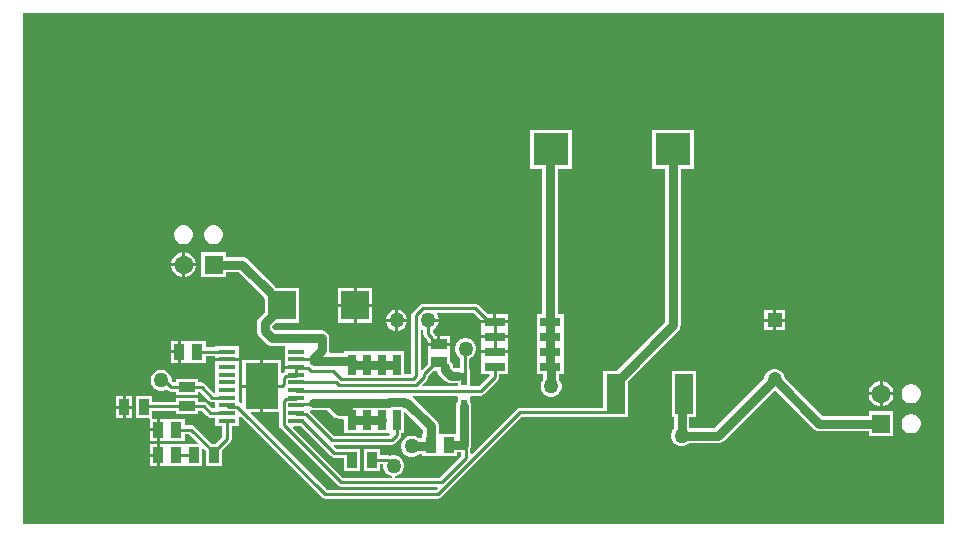
<source format=gtl>
G04*
G04 #@! TF.GenerationSoftware,Altium Limited,Altium Designer,24.0.1 (36)*
G04*
G04 Layer_Physical_Order=1*
G04 Layer_Color=255*
%FSLAX44Y44*%
%MOMM*%
G71*
G04*
G04 #@! TF.SameCoordinates,B85333DD-67EC-4CFA-91B2-C3F9892E9ACE*
G04*
G04*
G04 #@! TF.FilePolarity,Positive*
G04*
G01*
G75*
%ADD13C,0.2540*%
%ADD15R,0.8500X1.3500*%
%ADD16R,0.7200X1.7800*%
%ADD17R,2.3500X2.4500*%
%ADD18R,0.9500X1.3500*%
%ADD19R,2.7400X3.8600*%
%ADD20R,1.4500X0.4500*%
%ADD21R,1.7800X0.7200*%
%ADD22R,1.3500X0.8500*%
%ADD23R,1.5400X3.4200*%
%ADD24R,3.0000X2.8000*%
%ADD25R,1.3500X0.9500*%
%ADD26R,0.5500X1.0500*%
%ADD43C,0.8000*%
%ADD44R,1.6000X1.6000*%
%ADD45C,1.6000*%
%ADD46R,1.6000X1.6000*%
%ADD47R,1.2000X1.2000*%
%ADD48C,1.2000*%
%ADD49C,1.2700*%
G36*
X1304290Y447040D02*
X524510D01*
Y880110D01*
X1304290D01*
Y447040D01*
D02*
G37*
%LPC*%
G36*
X686859Y700190D02*
X684742D01*
X682697Y699642D01*
X680863Y698584D01*
X679366Y697087D01*
X678308Y695253D01*
X677760Y693208D01*
Y691092D01*
X678308Y689047D01*
X679366Y687213D01*
X680863Y685716D01*
X682697Y684658D01*
X684742Y684110D01*
X686859D01*
X688903Y684658D01*
X690737Y685716D01*
X692234Y687213D01*
X693292Y689047D01*
X693840Y691092D01*
Y693208D01*
X693292Y695253D01*
X692234Y697087D01*
X690737Y698584D01*
X688903Y699642D01*
X686859Y700190D01*
D02*
G37*
G36*
X661459D02*
X659342D01*
X657297Y699642D01*
X655463Y698584D01*
X653966Y697087D01*
X652908Y695253D01*
X652360Y693208D01*
Y691092D01*
X652908Y689047D01*
X653966Y687213D01*
X655463Y685716D01*
X657297Y684658D01*
X659342Y684110D01*
X661459D01*
X663503Y684658D01*
X665337Y685716D01*
X666834Y687213D01*
X667892Y689047D01*
X668440Y691092D01*
Y693208D01*
X667892Y695253D01*
X666834Y697087D01*
X665337Y698584D01*
X663503Y699642D01*
X661459Y700190D01*
D02*
G37*
G36*
X661788Y677290D02*
X661670D01*
Y668020D01*
X670940D01*
Y668138D01*
X670222Y670818D01*
X668834Y673222D01*
X666872Y675184D01*
X664468Y676572D01*
X661788Y677290D01*
D02*
G37*
G36*
X659130D02*
X659012D01*
X656332Y676572D01*
X653928Y675184D01*
X651966Y673222D01*
X650578Y670818D01*
X649860Y668138D01*
Y668020D01*
X659130D01*
Y677290D01*
D02*
G37*
G36*
X670940Y665480D02*
X661670D01*
Y656210D01*
X661788D01*
X664468Y656928D01*
X666872Y658316D01*
X668834Y660278D01*
X670222Y662682D01*
X670940Y665362D01*
Y665480D01*
D02*
G37*
G36*
X659130D02*
X649860D01*
Y665362D01*
X650578Y662682D01*
X651966Y660278D01*
X653928Y658316D01*
X656332Y656928D01*
X659012Y656210D01*
X659130D01*
Y665480D01*
D02*
G37*
G36*
X819990Y647250D02*
X806970D01*
Y633730D01*
X819990D01*
Y647250D01*
D02*
G37*
G36*
X804430D02*
X791410D01*
Y633730D01*
X804430D01*
Y647250D01*
D02*
G37*
G36*
X1169320Y628300D02*
X1162050D01*
Y621030D01*
X1169320D01*
Y628300D01*
D02*
G37*
G36*
X842010Y628623D02*
Y621030D01*
X849603D01*
X849024Y623191D01*
X847854Y625219D01*
X846199Y626874D01*
X844171Y628044D01*
X842010Y628623D01*
D02*
G37*
G36*
X839470D02*
X837309Y628044D01*
X835281Y626874D01*
X833626Y625219D01*
X832456Y623191D01*
X831877Y621030D01*
X839470D01*
Y628623D01*
D02*
G37*
G36*
X1159510Y628300D02*
X1152240D01*
Y621030D01*
X1159510D01*
Y628300D01*
D02*
G37*
G36*
X935460Y624630D02*
X925290D01*
Y619760D01*
X935460D01*
Y624630D01*
D02*
G37*
G36*
X1092240Y781080D02*
X1057160D01*
Y748000D01*
X1068104D01*
Y618202D01*
X1027071Y577170D01*
X1015920D01*
Y545585D01*
X945124D01*
X943638Y545289D01*
X942377Y544447D01*
X904436Y506505D01*
X903263Y506991D01*
Y511178D01*
X903869Y512643D01*
X904094Y514350D01*
Y546908D01*
X903869Y548615D01*
X903210Y550206D01*
X903180Y550246D01*
Y555090D01*
X904079Y555985D01*
X911860D01*
X913347Y556281D01*
X914607Y557123D01*
X926767Y569283D01*
X927609Y570543D01*
X927905Y572030D01*
Y574250D01*
X935460D01*
Y586530D01*
X935460D01*
Y586950D01*
X935460D01*
Y591820D01*
X924020D01*
X912580D01*
Y586950D01*
X912580D01*
Y586530D01*
X912580D01*
Y574250D01*
X918950D01*
X919476Y572980D01*
X910251Y563755D01*
X903180D01*
Y578090D01*
X902410D01*
Y587297D01*
X902591Y587346D01*
X904619Y588516D01*
X906274Y590171D01*
X907444Y592199D01*
X908050Y594460D01*
Y596800D01*
X907444Y599061D01*
X906274Y601089D01*
X904619Y602744D01*
X902591Y603914D01*
X900330Y604520D01*
X897990D01*
X895729Y603914D01*
X893701Y602744D01*
X892046Y601089D01*
X890876Y599061D01*
X890270Y596800D01*
Y594460D01*
X890876Y592199D01*
X892046Y590171D01*
X893701Y588516D01*
X894640Y587974D01*
Y580406D01*
X893370Y579293D01*
X892810Y579366D01*
X889199D01*
X888325Y580240D01*
X888152Y581557D01*
X887493Y583148D01*
X886444Y584515D01*
X885590Y585170D01*
Y591610D01*
X885590D01*
Y592030D01*
X885590D01*
Y598050D01*
X876300D01*
X867010D01*
Y592030D01*
X867010D01*
Y591610D01*
X867010D01*
Y582524D01*
X862308Y577822D01*
X861135Y578308D01*
Y611783D01*
X862405Y612385D01*
X863525Y611738D01*
Y608210D01*
X863821Y606723D01*
X864663Y605463D01*
X866935Y603191D01*
Y602800D01*
X867010Y602425D01*
Y600590D01*
X875030D01*
Y606610D01*
X874193D01*
X873567Y607547D01*
X871295Y609819D01*
Y611738D01*
X872869Y612646D01*
X874524Y614301D01*
X875694Y616329D01*
X876273Y618490D01*
X867410D01*
Y621030D01*
X876273D01*
X875694Y623191D01*
X874785Y624765D01*
X875387Y626035D01*
X905681D01*
X911956Y619760D01*
X922750D01*
Y624630D01*
X918074D01*
X910037Y632667D01*
X908777Y633509D01*
X907290Y633805D01*
X863202D01*
X861715Y633509D01*
X860455Y632667D01*
X854503Y626715D01*
X853661Y625455D01*
X853365Y623968D01*
Y574063D01*
X853217Y573915D01*
X846880D01*
Y593640D01*
X834600D01*
Y593640D01*
X834180D01*
Y593640D01*
X821900D01*
Y593640D01*
X821480D01*
Y593640D01*
X809200D01*
Y593640D01*
X808780D01*
Y593640D01*
X796500D01*
Y592066D01*
X784755D01*
X783731Y593336D01*
X783836Y594140D01*
Y604520D01*
X783612Y606227D01*
X782953Y607818D01*
X781904Y609184D01*
X780538Y610233D01*
X778947Y610892D01*
X777240Y611116D01*
X738062D01*
X735705Y613474D01*
Y614636D01*
X738739Y617670D01*
X757990D01*
Y647250D01*
X738540D01*
X737884Y648104D01*
X714574Y671414D01*
X713208Y672463D01*
X711617Y673122D01*
X709910Y673346D01*
X696340D01*
Y677290D01*
X675260D01*
Y656210D01*
X696340D01*
Y660154D01*
X707178D01*
X728556Y638776D01*
X729410Y638120D01*
Y626999D01*
X724444Y622033D01*
X723396Y620667D01*
X722737Y619076D01*
X722512Y617369D01*
Y610741D01*
X722737Y609034D01*
X723396Y607443D01*
X724444Y606077D01*
X730666Y599856D01*
X732032Y598807D01*
X733623Y598148D01*
X735330Y597924D01*
X744632D01*
X745900Y597920D01*
Y588340D01*
Y581400D01*
X755690D01*
Y578860D01*
X745900D01*
Y576299D01*
X745599Y576239D01*
X744339Y575397D01*
X743853Y574912D01*
X742680Y575398D01*
Y585720D01*
X727710D01*
Y563880D01*
Y542040D01*
X741285D01*
Y531025D01*
X741581Y529539D01*
X742423Y528279D01*
X790849Y479853D01*
X792109Y479011D01*
X793596Y478715D01*
X874986D01*
X875472Y477542D01*
X874255Y476325D01*
X781865D01*
X717323Y540867D01*
X717809Y542040D01*
X725170D01*
Y562610D01*
X710200D01*
Y549649D01*
X709027Y549163D01*
X708792Y549397D01*
X707532Y550239D01*
X706980Y550349D01*
Y562340D01*
Y568840D01*
Y575340D01*
Y581840D01*
Y585360D01*
X687400D01*
Y581840D01*
Y575340D01*
Y568840D01*
Y558833D01*
X686130Y558354D01*
X678497Y565987D01*
X677236Y566829D01*
X675750Y567125D01*
X672230D01*
Y570030D01*
X653650D01*
Y567125D01*
X651428D01*
X650240Y568313D01*
Y570130D01*
X649634Y572391D01*
X648464Y574419D01*
X646809Y576074D01*
X644781Y577244D01*
X642520Y577850D01*
X640180D01*
X637919Y577244D01*
X635891Y576074D01*
X634236Y574419D01*
X633066Y572391D01*
X632460Y570130D01*
Y567790D01*
X633066Y565529D01*
X634236Y563501D01*
X635891Y561846D01*
X637919Y560676D01*
X640180Y560070D01*
X642520D01*
X644781Y560676D01*
X646118Y561447D01*
X647073Y560493D01*
X648333Y559651D01*
X649819Y559355D01*
X653650D01*
Y556450D01*
X672230D01*
Y559355D01*
X674141D01*
X682113Y551383D01*
X683373Y550541D01*
X684860Y550245D01*
X687400D01*
Y545015D01*
X684719D01*
X680247Y549487D01*
X678987Y550329D01*
X677500Y550625D01*
X672230D01*
Y553530D01*
X653650D01*
Y550625D01*
X633530D01*
Y555390D01*
X619950D01*
Y536810D01*
X630565D01*
X631640Y536340D01*
X631640Y535540D01*
Y528320D01*
X637660D01*
Y536340D01*
X634605D01*
X633530Y536810D01*
X633530Y537610D01*
Y542855D01*
X653650D01*
Y539950D01*
X672230D01*
Y542855D01*
X675891D01*
X680363Y538383D01*
X681623Y537541D01*
X683110Y537246D01*
X687400D01*
Y529840D01*
X693305D01*
Y520959D01*
X687096Y514750D01*
X684504D01*
X669457Y529797D01*
X668197Y530639D01*
X666710Y530935D01*
X661220D01*
Y536340D01*
X647490D01*
X646640Y536340D01*
X645370Y536340D01*
X640200D01*
Y527050D01*
Y517760D01*
X645370D01*
X646220Y517760D01*
X647490Y517760D01*
X661220D01*
Y523165D01*
X665101D01*
X672343Y515923D01*
X671857Y514750D01*
X662510D01*
Y514750D01*
X661340D01*
Y514750D01*
X647610D01*
X646760Y514750D01*
X645490Y514750D01*
X640320D01*
Y505460D01*
Y496170D01*
X645490D01*
X646340Y496170D01*
X647610Y496170D01*
X661340D01*
Y496170D01*
X662510D01*
Y496170D01*
X676090D01*
Y510517D01*
X677263Y511003D01*
X679010Y509256D01*
Y496170D01*
X692590D01*
Y509256D01*
X699937Y516603D01*
X700779Y517863D01*
X701075Y519350D01*
Y529840D01*
X706980D01*
Y538563D01*
X708153Y539049D01*
X777509Y469693D01*
X778769Y468851D01*
X780256Y468555D01*
X875864D01*
X877351Y468851D01*
X878611Y469693D01*
X946733Y537815D01*
X1019730D01*
X1020105Y537890D01*
X1036400D01*
Y567841D01*
X1079364Y610806D01*
X1080413Y612172D01*
X1081072Y613763D01*
X1081296Y615470D01*
Y748000D01*
X1092240D01*
Y781080D01*
D02*
G37*
G36*
X819990Y631190D02*
X806970D01*
Y617670D01*
X819990D01*
Y631190D01*
D02*
G37*
G36*
X804430D02*
X791410D01*
Y617670D01*
X804430D01*
Y631190D01*
D02*
G37*
G36*
X1169320Y618490D02*
X1162050D01*
Y611220D01*
X1169320D01*
Y618490D01*
D02*
G37*
G36*
X1159510D02*
X1152240D01*
Y611220D01*
X1159510D01*
Y618490D01*
D02*
G37*
G36*
X849603D02*
X842010D01*
Y610897D01*
X844171Y611476D01*
X846199Y612646D01*
X847854Y614301D01*
X849024Y616329D01*
X849603Y618490D01*
D02*
G37*
G36*
X839470D02*
X831877D01*
X832456Y616329D01*
X833626Y614301D01*
X835281Y612646D01*
X837309Y611476D01*
X839470Y610897D01*
Y618490D01*
D02*
G37*
G36*
X935460Y617220D02*
X924020D01*
X912580D01*
Y612350D01*
X912580D01*
Y611930D01*
X912580D01*
Y607060D01*
X924020D01*
X935460D01*
Y611930D01*
X935460D01*
Y612350D01*
X935460D01*
Y617220D01*
D02*
G37*
G36*
X885590Y606610D02*
X877570D01*
Y600590D01*
X885590D01*
Y606610D01*
D02*
G37*
G36*
X655440Y602380D02*
X649420D01*
Y594360D01*
X655440D01*
Y602380D01*
D02*
G37*
G36*
X935460Y604520D02*
X924020D01*
X912580D01*
Y599650D01*
X912580D01*
Y599230D01*
X912580D01*
Y594360D01*
X924020D01*
X935460D01*
Y599230D01*
X935460D01*
Y599650D01*
X935460D01*
Y604520D01*
D02*
G37*
G36*
X664420Y602380D02*
X663150Y602380D01*
X657980D01*
Y593090D01*
Y583800D01*
X663150D01*
X664000Y583800D01*
X665270Y583800D01*
X679000D01*
Y589245D01*
X687400D01*
Y587900D01*
X706980D01*
Y588340D01*
Y597920D01*
X687400D01*
Y597015D01*
X679000D01*
Y602380D01*
X665270D01*
X664420Y602380D01*
D02*
G37*
G36*
X655440Y591820D02*
X649420D01*
Y583800D01*
X655440D01*
Y591820D01*
D02*
G37*
G36*
X725170Y585720D02*
X710200D01*
Y565150D01*
X725170D01*
Y585720D01*
D02*
G37*
G36*
X1252338Y568070D02*
X1252220D01*
Y558800D01*
X1261490D01*
Y558918D01*
X1260772Y561598D01*
X1259384Y564002D01*
X1257422Y565964D01*
X1255018Y567352D01*
X1252338Y568070D01*
D02*
G37*
G36*
X1249680D02*
X1249562D01*
X1246882Y567352D01*
X1244478Y565964D01*
X1242516Y564002D01*
X1241128Y561598D01*
X1240410Y558918D01*
Y558800D01*
X1249680D01*
Y568070D01*
D02*
G37*
G36*
X989090Y781080D02*
X954010D01*
Y748000D01*
X964224D01*
Y624630D01*
X959380D01*
Y612350D01*
X959380D01*
Y611930D01*
X959380D01*
Y599650D01*
X959380D01*
Y599230D01*
X959380D01*
Y586950D01*
X959380D01*
Y586530D01*
X959380D01*
Y574250D01*
X964954D01*
Y569856D01*
X964436Y569339D01*
X963266Y567311D01*
X962660Y565050D01*
Y562710D01*
X963266Y560449D01*
X964436Y558421D01*
X966091Y556766D01*
X968119Y555596D01*
X970380Y554990D01*
X972720D01*
X974981Y555596D01*
X977009Y556766D01*
X978664Y558421D01*
X979834Y560449D01*
X980440Y562710D01*
Y565050D01*
X979834Y567311D01*
X978664Y569339D01*
X978146Y569856D01*
Y574250D01*
X982260D01*
Y586530D01*
X982260D01*
Y586950D01*
X982260D01*
Y599230D01*
X982260D01*
Y599650D01*
X982260D01*
Y611930D01*
X982260D01*
Y612350D01*
X982260D01*
Y624630D01*
X977416D01*
Y748000D01*
X989090D01*
Y781080D01*
D02*
G37*
G36*
X1277409Y565570D02*
X1275292D01*
X1273247Y565022D01*
X1271413Y563964D01*
X1269916Y562467D01*
X1268858Y560633D01*
X1268310Y558588D01*
Y556471D01*
X1268858Y554427D01*
X1269916Y552593D01*
X1271413Y551096D01*
X1273247Y550038D01*
X1275292Y549490D01*
X1277409D01*
X1279453Y550038D01*
X1281287Y551096D01*
X1282784Y552593D01*
X1283842Y554427D01*
X1284390Y556471D01*
Y558588D01*
X1283842Y560633D01*
X1282784Y562467D01*
X1281287Y563964D01*
X1279453Y565022D01*
X1277409Y565570D01*
D02*
G37*
G36*
X617030Y555390D02*
X611510D01*
Y547370D01*
X617030D01*
Y555390D01*
D02*
G37*
G36*
X608970D02*
X603450D01*
Y547370D01*
X608970D01*
Y555390D01*
D02*
G37*
G36*
X1261490Y556260D02*
X1252220D01*
Y546990D01*
X1252338D01*
X1255018Y547708D01*
X1257422Y549096D01*
X1259384Y551058D01*
X1260772Y553462D01*
X1261490Y556142D01*
Y556260D01*
D02*
G37*
G36*
X1249680D02*
X1240410D01*
Y556142D01*
X1241128Y553462D01*
X1242516Y551058D01*
X1244478Y549096D01*
X1246882Y547708D01*
X1249562Y546990D01*
X1249680D01*
Y556260D01*
D02*
G37*
G36*
X617030Y544830D02*
X611510D01*
Y536810D01*
X617030D01*
Y544830D01*
D02*
G37*
G36*
X608970D02*
X603450D01*
Y536810D01*
X608970D01*
Y544830D01*
D02*
G37*
G36*
X1161904Y578300D02*
X1159656D01*
X1157484Y577718D01*
X1155536Y576594D01*
X1153946Y575004D01*
X1152822Y573056D01*
X1152240Y570884D01*
Y570549D01*
X1110258Y528566D01*
X1088636D01*
Y537890D01*
X1094200D01*
Y577170D01*
X1073720D01*
Y537890D01*
X1075444D01*
Y527946D01*
X1074926Y527429D01*
X1073756Y525401D01*
X1073150Y523140D01*
Y520800D01*
X1073756Y518539D01*
X1074926Y516511D01*
X1076581Y514856D01*
X1078609Y513686D01*
X1080870Y513080D01*
X1083210D01*
X1085471Y513686D01*
X1087499Y514856D01*
X1088016Y515374D01*
X1112990D01*
X1114697Y515598D01*
X1116288Y516257D01*
X1117654Y517306D01*
X1160780Y560431D01*
X1193746Y527466D01*
X1195112Y526417D01*
X1196703Y525758D01*
X1198410Y525534D01*
X1240410D01*
Y521590D01*
X1261490D01*
Y542670D01*
X1240410D01*
Y538726D01*
X1201142D01*
X1169320Y570549D01*
Y570884D01*
X1168738Y573056D01*
X1167614Y575004D01*
X1166024Y576594D01*
X1164076Y577718D01*
X1161904Y578300D01*
D02*
G37*
G36*
X1277409Y540170D02*
X1275292D01*
X1273247Y539622D01*
X1271413Y538564D01*
X1269916Y537067D01*
X1268858Y535233D01*
X1268310Y533189D01*
Y531072D01*
X1268858Y529027D01*
X1269916Y527193D01*
X1271413Y525696D01*
X1273247Y524638D01*
X1275292Y524090D01*
X1277409D01*
X1279453Y524638D01*
X1281287Y525696D01*
X1282784Y527193D01*
X1283842Y529027D01*
X1284390Y531072D01*
Y533189D01*
X1283842Y535233D01*
X1282784Y537067D01*
X1281287Y538564D01*
X1279453Y539622D01*
X1277409Y540170D01*
D02*
G37*
G36*
X637660Y525780D02*
X631640D01*
Y517760D01*
X637660D01*
Y525780D01*
D02*
G37*
G36*
X637780Y514750D02*
X631760D01*
Y506730D01*
X637780D01*
Y514750D01*
D02*
G37*
G36*
Y504190D02*
X631760D01*
Y496170D01*
X637780D01*
Y504190D01*
D02*
G37*
%LPD*%
G36*
X875408Y575749D02*
X876067Y574158D01*
X877116Y572792D01*
X881802Y568106D01*
X883168Y567057D01*
X884759Y566398D01*
X886466Y566174D01*
X892600D01*
Y563755D01*
X862888D01*
X862402Y564928D01*
X866622Y569148D01*
X867464Y570408D01*
X867760Y571895D01*
Y572286D01*
X872504Y577030D01*
X875240D01*
X875408Y575749D01*
D02*
G37*
G36*
X892600Y555090D02*
Y551268D01*
X891785Y550206D01*
X891126Y548615D01*
X890901Y546908D01*
Y523640D01*
X877660D01*
X877660Y523640D01*
X876546Y524018D01*
Y529850D01*
X876322Y531557D01*
X875663Y533148D01*
X874614Y534515D01*
X854555Y554574D01*
X854371Y554715D01*
X854802Y555985D01*
X891701D01*
X892600Y555090D01*
D02*
G37*
G36*
X769620Y543314D02*
X782128D01*
X787076Y538366D01*
X788442Y537317D01*
X790033Y536658D01*
X791740Y536434D01*
X795217D01*
X796054Y535479D01*
X796044Y535400D01*
X796268Y533693D01*
X796500Y533133D01*
Y523960D01*
X808780D01*
Y523960D01*
X809200D01*
Y523960D01*
X821480D01*
Y523960D01*
X821900D01*
Y523960D01*
X833330D01*
X834180Y523960D01*
Y523960D01*
X834600D01*
X835546Y523178D01*
X835570Y523121D01*
X834734Y522045D01*
X787894D01*
X767573Y542365D01*
X767620Y542526D01*
X768239Y543495D01*
X769620Y543314D01*
D02*
G37*
G36*
X863354Y527118D02*
Y523640D01*
X862660D01*
Y519676D01*
X859416D01*
X858899Y520194D01*
X856871Y521364D01*
X854610Y521970D01*
X852270D01*
X850009Y521364D01*
X847981Y520194D01*
X846326Y518539D01*
X845156Y516511D01*
X844550Y514250D01*
Y511910D01*
X845156Y509649D01*
X846326Y507621D01*
X847981Y505966D01*
X850009Y504796D01*
X852270Y504190D01*
X854610D01*
X856871Y504796D01*
X858899Y505966D01*
X859416Y506484D01*
X862660D01*
Y505060D01*
X877240D01*
Y505060D01*
X877660D01*
Y505060D01*
X892240D01*
Y507754D01*
X895493D01*
Y504747D01*
X877231Y486485D01*
X839816D01*
X839649Y487755D01*
X841631Y488286D01*
X843659Y489456D01*
X845314Y491111D01*
X846484Y493139D01*
X847090Y495400D01*
Y497740D01*
X846484Y500001D01*
X845314Y502029D01*
X843659Y503684D01*
X841631Y504854D01*
X839370Y505460D01*
X837030D01*
X835064Y504933D01*
X834607Y505239D01*
X833120Y505535D01*
X826570D01*
Y510940D01*
X812990D01*
Y492360D01*
X826570D01*
Y497765D01*
X829291D01*
X829310Y497740D01*
Y495400D01*
X829916Y493139D01*
X831086Y491111D01*
X832741Y489456D01*
X834769Y488286D01*
X836751Y487755D01*
X836584Y486485D01*
X795205D01*
X753023Y528667D01*
X753509Y529840D01*
X759986D01*
X785443Y504383D01*
X786703Y503541D01*
X788190Y503245D01*
X796490D01*
Y492360D01*
X810070D01*
Y510940D01*
X800675D01*
X800300Y511015D01*
X789799D01*
X787712Y513102D01*
X788198Y514275D01*
X836712D01*
X838199Y514571D01*
X839459Y515413D01*
X843487Y519441D01*
X844329Y520701D01*
X844625Y522188D01*
Y523960D01*
X846880D01*
Y541795D01*
X848150Y542321D01*
X863354Y527118D01*
D02*
G37*
D13*
X755206Y587114D02*
X755690Y586630D01*
X769730D01*
X898525Y571925D02*
Y594995D01*
X897890Y571290D02*
X898525Y571925D01*
Y594995D02*
X899160Y595630D01*
X756450Y559870D02*
X911860D01*
X896410Y572770D02*
X897890Y571290D01*
X892810Y572770D02*
X896410D01*
X833120Y501650D02*
X838200Y496570D01*
X819780Y501650D02*
X833120D01*
X780256Y472440D02*
X875864D01*
X706045Y546650D02*
X780256Y472440D01*
X875864D02*
X945124Y541700D01*
X760690Y534630D02*
X788190Y507130D01*
X800300D02*
X803280Y504150D01*
X755690Y534630D02*
X760690D01*
X788190Y507130D02*
X800300D01*
X803280Y501650D02*
Y504150D01*
X878840Y482600D02*
X899378Y503138D01*
X745170Y531025D02*
X793596Y482600D01*
X878840D01*
X761670Y548610D02*
X768320D01*
X769620Y549910D01*
X755690Y547630D02*
X760690D01*
X761670Y548610D01*
X856930Y564950D02*
X863875Y571895D01*
X911860Y559870D02*
X924020Y572030D01*
X791771Y564950D02*
X856930D01*
X755690Y560630D02*
X756450Y559870D01*
X786786Y577120D02*
X793876Y570030D01*
X789591Y567130D02*
X791771Y564950D01*
X793876Y570030D02*
X854826D01*
X857250Y572454D01*
X755690Y580130D02*
X756130Y579690D01*
X768195Y577120D02*
X786786D01*
X756130Y579690D02*
X765625D01*
X768195Y577120D01*
X743700Y632460D02*
Y632960D01*
Y631960D02*
Y632460D01*
X755690Y573630D02*
Y580130D01*
X754710Y572650D02*
X755690Y573630D01*
X868680Y513080D02*
X869950Y514350D01*
X1082040Y555610D02*
X1083960Y557530D01*
X1026160Y548130D02*
Y557530D01*
X1019730Y541700D02*
X1026160Y548130D01*
X945124Y541700D02*
X1019730D01*
X1026160Y557530D02*
Y566930D01*
X970820Y763810D02*
X971550Y764540D01*
X800310Y543030D02*
X802640Y540700D01*
Y535400D02*
Y540700D01*
X836712Y518160D02*
X840740Y522188D01*
Y535400D01*
X924020Y593090D02*
Y605790D01*
Y618490D01*
X970820Y580390D02*
X971550Y579660D01*
X924020Y572030D02*
Y580390D01*
X907290Y629920D02*
X918720Y618490D01*
X863202Y629920D02*
X907290D01*
X918720Y618490D02*
X924020D01*
X878300Y584320D02*
X881780Y580840D01*
Y579850D02*
Y580840D01*
X876300Y584320D02*
X878300D01*
X897498Y546908D02*
X897890Y547300D01*
X870820Y602800D02*
X874300Y599320D01*
X867410Y608210D02*
Y619760D01*
X874300Y599320D02*
X876300D01*
X870820Y602800D02*
Y604800D01*
X867410Y608210D02*
X870820Y604800D01*
X857250Y572454D02*
Y623968D01*
X874300Y584320D02*
X876300D01*
X863875Y573895D02*
X874300Y584320D01*
X863875Y571895D02*
Y573895D01*
X857250Y623968D02*
X863202Y629920D01*
X899378Y503138D02*
Y512470D01*
X897498Y514350D02*
X899378Y512470D01*
X786284Y518160D02*
X836712D01*
X764294Y540150D02*
X786284Y518160D01*
X755690Y567130D02*
X789591D01*
X755690Y541130D02*
X756670Y540150D01*
X764294D01*
X649819Y563240D02*
X662940D01*
X644099Y568960D02*
X649819Y563240D01*
X641350Y568960D02*
X644099D01*
X626740Y546100D02*
X627380Y546740D01*
X662940D01*
X677500D02*
X683110Y541130D01*
X662940Y546740D02*
X677500D01*
X683110Y541130D02*
X697190D01*
X662940Y563240D02*
X675750D01*
X684860Y554130D01*
X697190D01*
X733220Y643440D02*
X743700Y632960D01*
X685800Y507960D02*
X697190Y519350D01*
X685800Y505460D02*
Y507960D01*
X697190Y519350D02*
Y534630D01*
X671710Y593090D02*
X671750Y593130D01*
X697190D01*
X654050Y505460D02*
X669300D01*
X638930Y505580D02*
X639050Y505460D01*
X654050D02*
X654680Y506090D01*
X666710Y527050D02*
X685800Y507960D01*
X653930Y527050D02*
X666710D01*
X638820Y527160D02*
X638930Y527050D01*
X638820Y527160D02*
Y529160D01*
X745170Y570735D02*
X747086Y572650D01*
X726440Y563880D02*
X743682D01*
X745170Y565368D01*
Y570735D01*
X747086Y572650D02*
X754710D01*
X692190Y534630D02*
X697190D01*
X698170Y546650D02*
X706045D01*
X754710Y553150D02*
X755690Y554130D01*
X747086Y553150D02*
X754710D01*
X745170Y551235D02*
X747086Y553150D01*
X745170Y531025D02*
Y551235D01*
D15*
X819780Y501650D02*
D03*
X803280D02*
D03*
X626740Y546100D02*
D03*
X610240D02*
D03*
X685800Y505460D02*
D03*
X669300D02*
D03*
D16*
X802640Y535400D02*
D03*
X815340D02*
D03*
X828040D02*
D03*
X840740D02*
D03*
X802640Y582200D02*
D03*
X815340D02*
D03*
X828040D02*
D03*
X840740D02*
D03*
D17*
X743700Y632460D02*
D03*
X805700D02*
D03*
D18*
X884950Y514350D02*
D03*
X869950D02*
D03*
X654050Y505460D02*
D03*
X639050D02*
D03*
X638930Y527050D02*
D03*
X653930D02*
D03*
X671710Y593090D02*
D03*
X656710D02*
D03*
D19*
X726440Y563880D02*
D03*
D20*
X755690Y593130D02*
D03*
Y586630D02*
D03*
Y580130D02*
D03*
Y573630D02*
D03*
Y567130D02*
D03*
Y560630D02*
D03*
Y554130D02*
D03*
Y547630D02*
D03*
Y541130D02*
D03*
Y534630D02*
D03*
X697190D02*
D03*
Y541130D02*
D03*
Y547630D02*
D03*
Y554130D02*
D03*
Y560630D02*
D03*
Y567130D02*
D03*
Y573630D02*
D03*
Y580130D02*
D03*
Y586630D02*
D03*
Y593130D02*
D03*
D21*
X924020Y618490D02*
D03*
Y605790D02*
D03*
Y593090D02*
D03*
Y580390D02*
D03*
X970820Y618490D02*
D03*
Y605790D02*
D03*
Y593090D02*
D03*
Y580390D02*
D03*
D22*
X662940Y563240D02*
D03*
Y546740D02*
D03*
D23*
X1026160Y557530D02*
D03*
X1083960D02*
D03*
D24*
X1074700Y764540D02*
D03*
X971550D02*
D03*
D25*
X876300Y584320D02*
D03*
Y599320D02*
D03*
D26*
X897890Y547300D02*
D03*
Y570300D02*
D03*
D43*
X769730Y586630D02*
X777240Y594140D01*
Y604520D01*
X735330D02*
X777240D01*
X729109Y610741D02*
Y617369D01*
X743700Y631960D01*
X729109Y610741D02*
X735330Y604520D01*
X886466Y572770D02*
X892810D01*
X881780Y577456D02*
X886466Y572770D01*
X769620Y549910D02*
X784860D01*
X846825Y550300D02*
X847215Y549910D01*
X849890D01*
X869950Y529850D01*
X784860Y549910D02*
X791740Y543030D01*
X834265Y549910D02*
X834655Y550300D01*
X791740Y543030D02*
X800310D01*
X834655Y550300D02*
X846825D01*
X784860Y549910D02*
X834265D01*
X881780Y577456D02*
Y579850D01*
X770890Y585470D02*
X802240D01*
X802640Y582200D02*
Y585070D01*
X802240Y585470D02*
X802640Y585070D01*
X685800Y666750D02*
X709910D01*
X733220Y643440D01*
X769730Y586630D02*
X770890Y585470D01*
X828040Y582200D02*
X836930D01*
X815340D02*
X828040D01*
X802640D02*
X815340D01*
X853440Y513080D02*
X868680D01*
X1198410Y532130D02*
X1250950D01*
X1160780Y569760D02*
X1198410Y532130D01*
X1112990Y521970D02*
X1160780Y569760D01*
X1082040Y521970D02*
X1112990D01*
X1082040D02*
Y555610D01*
X1074700Y615470D02*
Y764540D01*
X1026160Y566930D02*
X1074700Y615470D01*
X970820Y618490D02*
Y763810D01*
X884950Y514350D02*
X897498D01*
X815340Y535400D02*
X828040D01*
X802640D02*
X815340D01*
X869950Y514350D02*
Y529850D01*
X971550Y563880D02*
Y579660D01*
X970820Y580390D02*
Y593090D01*
Y605790D01*
Y618490D01*
X897498Y514350D02*
Y546908D01*
D44*
X1250950Y532130D02*
D03*
D45*
Y557530D02*
D03*
X660400Y666750D02*
D03*
D46*
X685800D02*
D03*
D47*
X1160780Y619760D02*
D03*
D48*
Y569760D02*
D03*
D49*
X899160Y595630D02*
D03*
X838200Y496570D02*
D03*
X853440Y513080D02*
D03*
X1082040Y521970D02*
D03*
X971550Y563880D02*
D03*
X867410Y619760D02*
D03*
X840740D02*
D03*
X641350Y568960D02*
D03*
M02*

</source>
